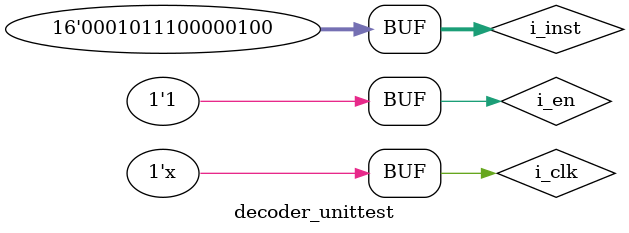
<source format=v>
`timescale 1ns / 1ps

module decoder_unittest;

    //Variable Declarations
    //Regs
    reg        i_clk    ;
    reg        i_en     ;
    reg [15:0] i_inst   ;

    //Wires
    wire [4:0]  o_aluop  ;
    wire [2:0]  o_selA   ;
    wire [2:0]  o_selB   ;
    wire [2:0]  o_selD   ;
    wire [15:0] o_imm    ;
    wire        o_regwe  ;

    inst_dec decoder_test(
        //Inputs
        i_clk       ,
        i_en        ,
        i_inst      ,

        //Outputs
        o_aluop     ,
        o_selA      ,
        o_selB      ,
        o_selD      ,
        o_imm       ,
        o_regwe
    );

    initial begin
        //Time = 0
        i_clk  = 0 ;
        i_en   = 0 ;
        i_inst = 0 ;

        //Time = 10
        #10 i_inst = 16'b0001011100000100;

        //Time = 20
        #10 i_en = 1;

    end

    //Clock Generation
    always #5 i_clk = ~i_clk;
    
endmodule
</source>
